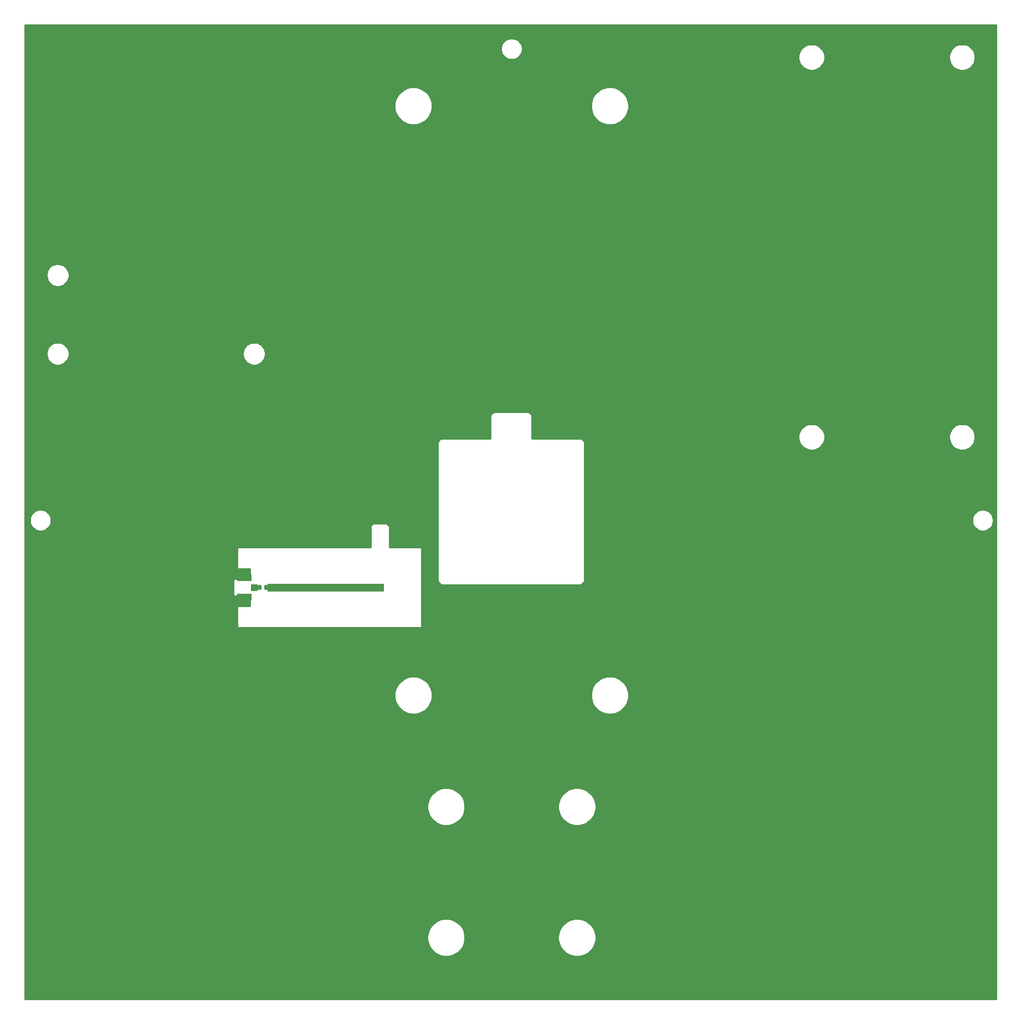
<source format=gbr>
G04 #@! TF.GenerationSoftware,KiCad,Pcbnew,(5.1.2)-1*
G04 #@! TF.CreationDate,2019-06-01T14:50:12-07:00*
G04 #@! TF.ProjectId,backplane,6261636b-706c-4616-9e65-2e6b69636164,v1.1*
G04 #@! TF.SameCoordinates,Original*
G04 #@! TF.FileFunction,Copper,L1,Top*
G04 #@! TF.FilePolarity,Positive*
%FSLAX46Y46*%
G04 Gerber Fmt 4.6, Leading zero omitted, Abs format (unit mm)*
G04 Created by KiCad (PCBNEW (5.1.2)-1) date 2019-06-01 14:50:12*
%MOMM*%
%LPD*%
G04 APERTURE LIST*
%ADD10C,0.100000*%
%ADD11C,0.800000*%
%ADD12C,0.600000*%
%ADD13R,17.762300X1.209380*%
%ADD14R,1.000000X1.209380*%
%ADD15R,2.200000X1.050000*%
%ADD16R,1.050000X1.000000*%
%ADD17C,0.254000*%
G04 APERTURE END LIST*
D10*
G36*
X57950000Y-119700000D02*
G01*
X55200000Y-119700000D01*
X55200000Y-118700000D01*
X57950000Y-118700000D01*
X57950000Y-119700000D01*
G37*
X57950000Y-119700000D02*
X55200000Y-119700000D01*
X55200000Y-118700000D01*
X57950000Y-118700000D01*
X57950000Y-119700000D01*
G36*
X57950000Y-115300000D02*
G01*
X55200000Y-115300000D01*
X55200000Y-114300000D01*
X57950000Y-114300000D01*
X57950000Y-115300000D01*
G37*
X57950000Y-115300000D02*
X55200000Y-115300000D01*
X55200000Y-114300000D01*
X57950000Y-114300000D01*
X57950000Y-115300000D01*
D11*
X158000000Y-175000000D03*
D10*
G36*
X59529703Y-116650722D02*
G01*
X59544264Y-116652882D01*
X59558543Y-116656459D01*
X59572403Y-116661418D01*
X59585710Y-116667712D01*
X59598336Y-116675280D01*
X59610159Y-116684048D01*
X59621066Y-116693934D01*
X59630952Y-116704841D01*
X59639720Y-116716664D01*
X59647288Y-116729290D01*
X59653582Y-116742597D01*
X59658541Y-116756457D01*
X59662118Y-116770736D01*
X59664278Y-116785297D01*
X59665000Y-116800000D01*
X59665000Y-117200000D01*
X59664278Y-117214703D01*
X59662118Y-117229264D01*
X59658541Y-117243543D01*
X59653582Y-117257403D01*
X59647288Y-117270710D01*
X59639720Y-117283336D01*
X59630952Y-117295159D01*
X59621066Y-117306066D01*
X59610159Y-117315952D01*
X59598336Y-117324720D01*
X59585710Y-117332288D01*
X59572403Y-117338582D01*
X59558543Y-117343541D01*
X59544264Y-117347118D01*
X59529703Y-117349278D01*
X59515000Y-117350000D01*
X59215000Y-117350000D01*
X59200297Y-117349278D01*
X59185736Y-117347118D01*
X59171457Y-117343541D01*
X59157597Y-117338582D01*
X59144290Y-117332288D01*
X59131664Y-117324720D01*
X59119841Y-117315952D01*
X59108934Y-117306066D01*
X59099048Y-117295159D01*
X59090280Y-117283336D01*
X59082712Y-117270710D01*
X59076418Y-117257403D01*
X59071459Y-117243543D01*
X59067882Y-117229264D01*
X59065722Y-117214703D01*
X59065000Y-117200000D01*
X59065000Y-116800000D01*
X59065722Y-116785297D01*
X59067882Y-116770736D01*
X59071459Y-116756457D01*
X59076418Y-116742597D01*
X59082712Y-116729290D01*
X59090280Y-116716664D01*
X59099048Y-116704841D01*
X59108934Y-116693934D01*
X59119841Y-116684048D01*
X59131664Y-116675280D01*
X59144290Y-116667712D01*
X59157597Y-116661418D01*
X59171457Y-116656459D01*
X59185736Y-116652882D01*
X59200297Y-116650722D01*
X59215000Y-116650000D01*
X59515000Y-116650000D01*
X59529703Y-116650722D01*
X59529703Y-116650722D01*
G37*
D12*
X59365000Y-117000000D03*
D10*
G36*
X60499703Y-116650722D02*
G01*
X60514264Y-116652882D01*
X60528543Y-116656459D01*
X60542403Y-116661418D01*
X60555710Y-116667712D01*
X60568336Y-116675280D01*
X60580159Y-116684048D01*
X60591066Y-116693934D01*
X60600952Y-116704841D01*
X60609720Y-116716664D01*
X60617288Y-116729290D01*
X60623582Y-116742597D01*
X60628541Y-116756457D01*
X60632118Y-116770736D01*
X60634278Y-116785297D01*
X60635000Y-116800000D01*
X60635000Y-117200000D01*
X60634278Y-117214703D01*
X60632118Y-117229264D01*
X60628541Y-117243543D01*
X60623582Y-117257403D01*
X60617288Y-117270710D01*
X60609720Y-117283336D01*
X60600952Y-117295159D01*
X60591066Y-117306066D01*
X60580159Y-117315952D01*
X60568336Y-117324720D01*
X60555710Y-117332288D01*
X60542403Y-117338582D01*
X60528543Y-117343541D01*
X60514264Y-117347118D01*
X60499703Y-117349278D01*
X60485000Y-117350000D01*
X60185000Y-117350000D01*
X60170297Y-117349278D01*
X60155736Y-117347118D01*
X60141457Y-117343541D01*
X60127597Y-117338582D01*
X60114290Y-117332288D01*
X60101664Y-117324720D01*
X60089841Y-117315952D01*
X60078934Y-117306066D01*
X60069048Y-117295159D01*
X60060280Y-117283336D01*
X60052712Y-117270710D01*
X60046418Y-117257403D01*
X60041459Y-117243543D01*
X60037882Y-117229264D01*
X60035722Y-117214703D01*
X60035000Y-117200000D01*
X60035000Y-116800000D01*
X60035722Y-116785297D01*
X60037882Y-116770736D01*
X60041459Y-116756457D01*
X60046418Y-116742597D01*
X60052712Y-116729290D01*
X60060280Y-116716664D01*
X60069048Y-116704841D01*
X60078934Y-116693934D01*
X60089841Y-116684048D01*
X60101664Y-116675280D01*
X60114290Y-116667712D01*
X60127597Y-116661418D01*
X60141457Y-116656459D01*
X60155736Y-116652882D01*
X60170297Y-116650722D01*
X60185000Y-116650000D01*
X60485000Y-116650000D01*
X60499703Y-116650722D01*
X60499703Y-116650722D01*
G37*
D12*
X60335000Y-117000000D03*
D13*
X69500000Y-117000000D03*
D14*
X77881150Y-117000000D03*
X61118850Y-117000000D03*
D11*
X159800000Y-175000000D03*
D15*
X57025000Y-118475000D03*
D16*
X58550000Y-117000000D03*
D15*
X57025000Y-115525000D03*
D11*
X53550000Y-115000000D03*
X53550000Y-119000000D03*
X53550000Y-121000000D03*
X53550000Y-117000000D03*
X53550000Y-113000000D03*
X55550000Y-113000000D03*
X55550000Y-115000000D03*
X55550000Y-121000000D03*
X55550000Y-119000000D03*
X67700000Y-109800000D03*
X67700000Y-124300000D03*
X167840000Y-175480000D03*
X147840000Y-175480000D03*
X127840000Y-175480000D03*
X107840000Y-175480000D03*
X87840000Y-175480000D03*
X67840000Y-175480000D03*
X47840000Y-175480000D03*
X27840000Y-175480000D03*
X167840000Y-155480000D03*
X147840000Y-155480000D03*
X127840000Y-155480000D03*
X107840000Y-155480000D03*
X87840000Y-155480000D03*
X67840000Y-155480000D03*
X47840000Y-150000000D03*
X27840000Y-155480000D03*
X167840000Y-135480000D03*
X147840000Y-135480000D03*
X127840000Y-135480000D03*
X107840000Y-135480000D03*
X87840000Y-135480000D03*
X67840000Y-135480000D03*
X47840000Y-135480000D03*
X27840000Y-135480000D03*
X167840000Y-115480000D03*
X147840000Y-115480000D03*
X127840000Y-115480000D03*
X27840000Y-115480000D03*
X147840000Y-95480000D03*
X127840000Y-95480000D03*
X67840000Y-95480000D03*
X47840000Y-95480000D03*
X27840000Y-95480000D03*
X167840000Y-75480000D03*
X147840000Y-75480000D03*
X127840000Y-75480000D03*
X107840000Y-75480000D03*
X87840000Y-75480000D03*
X67840000Y-75480000D03*
X47840000Y-75480000D03*
X27840000Y-75480000D03*
X167840000Y-55480000D03*
X147840000Y-55480000D03*
X127840000Y-55480000D03*
X107840000Y-55480000D03*
X87840000Y-55480000D03*
X67840000Y-55480000D03*
X47840000Y-55480000D03*
X27840000Y-55480000D03*
X168000000Y-39000000D03*
X147840000Y-35480000D03*
X127840000Y-35480000D03*
X107840000Y-35480000D03*
X87840000Y-35480000D03*
X67840000Y-35480000D03*
X47840000Y-35480000D03*
X27840000Y-35480000D03*
X167840000Y-97000000D03*
X89000000Y-119000000D03*
X85000000Y-99000000D03*
X110000000Y-92000000D03*
X112000000Y-118000000D03*
X54550000Y-118000000D03*
X54550000Y-120000000D03*
X52550000Y-120000000D03*
X52550000Y-118000000D03*
X54550000Y-116000000D03*
X52550000Y-116000000D03*
X54550000Y-114000000D03*
X52550000Y-114000000D03*
D17*
G36*
X171873000Y-179820000D02*
G01*
X23520000Y-179820000D01*
X23520000Y-170195852D01*
X84975000Y-170195852D01*
X84975000Y-170764148D01*
X85085869Y-171321523D01*
X85303346Y-171846560D01*
X85619074Y-172319080D01*
X86020920Y-172720926D01*
X86493440Y-173036654D01*
X87018477Y-173254131D01*
X87575852Y-173365000D01*
X88144148Y-173365000D01*
X88701523Y-173254131D01*
X89226560Y-173036654D01*
X89699080Y-172720926D01*
X90100926Y-172319080D01*
X90416654Y-171846560D01*
X90634131Y-171321523D01*
X90745000Y-170764148D01*
X90745000Y-170195852D01*
X104975000Y-170195852D01*
X104975000Y-170764148D01*
X105085869Y-171321523D01*
X105303346Y-171846560D01*
X105619074Y-172319080D01*
X106020920Y-172720926D01*
X106493440Y-173036654D01*
X107018477Y-173254131D01*
X107575852Y-173365000D01*
X108144148Y-173365000D01*
X108701523Y-173254131D01*
X109226560Y-173036654D01*
X109699080Y-172720926D01*
X110100926Y-172319080D01*
X110416654Y-171846560D01*
X110634131Y-171321523D01*
X110745000Y-170764148D01*
X110745000Y-170195852D01*
X110634131Y-169638477D01*
X110416654Y-169113440D01*
X110100926Y-168640920D01*
X109699080Y-168239074D01*
X109226560Y-167923346D01*
X108701523Y-167705869D01*
X108144148Y-167595000D01*
X107575852Y-167595000D01*
X107018477Y-167705869D01*
X106493440Y-167923346D01*
X106020920Y-168239074D01*
X105619074Y-168640920D01*
X105303346Y-169113440D01*
X105085869Y-169638477D01*
X104975000Y-170195852D01*
X90745000Y-170195852D01*
X90634131Y-169638477D01*
X90416654Y-169113440D01*
X90100926Y-168640920D01*
X89699080Y-168239074D01*
X89226560Y-167923346D01*
X88701523Y-167705869D01*
X88144148Y-167595000D01*
X87575852Y-167595000D01*
X87018477Y-167705869D01*
X86493440Y-167923346D01*
X86020920Y-168239074D01*
X85619074Y-168640920D01*
X85303346Y-169113440D01*
X85085869Y-169638477D01*
X84975000Y-170195852D01*
X23520000Y-170195852D01*
X23520000Y-150195852D01*
X84975000Y-150195852D01*
X84975000Y-150764148D01*
X85085869Y-151321523D01*
X85303346Y-151846560D01*
X85619074Y-152319080D01*
X86020920Y-152720926D01*
X86493440Y-153036654D01*
X87018477Y-153254131D01*
X87575852Y-153365000D01*
X88144148Y-153365000D01*
X88701523Y-153254131D01*
X89226560Y-153036654D01*
X89699080Y-152720926D01*
X90100926Y-152319080D01*
X90416654Y-151846560D01*
X90634131Y-151321523D01*
X90745000Y-150764148D01*
X90745000Y-150195852D01*
X104975000Y-150195852D01*
X104975000Y-150764148D01*
X105085869Y-151321523D01*
X105303346Y-151846560D01*
X105619074Y-152319080D01*
X106020920Y-152720926D01*
X106493440Y-153036654D01*
X107018477Y-153254131D01*
X107575852Y-153365000D01*
X108144148Y-153365000D01*
X108701523Y-153254131D01*
X109226560Y-153036654D01*
X109699080Y-152720926D01*
X110100926Y-152319080D01*
X110416654Y-151846560D01*
X110634131Y-151321523D01*
X110745000Y-150764148D01*
X110745000Y-150195852D01*
X110634131Y-149638477D01*
X110416654Y-149113440D01*
X110100926Y-148640920D01*
X109699080Y-148239074D01*
X109226560Y-147923346D01*
X108701523Y-147705869D01*
X108144148Y-147595000D01*
X107575852Y-147595000D01*
X107018477Y-147705869D01*
X106493440Y-147923346D01*
X106020920Y-148239074D01*
X105619074Y-148640920D01*
X105303346Y-149113440D01*
X105085869Y-149638477D01*
X104975000Y-150195852D01*
X90745000Y-150195852D01*
X90634131Y-149638477D01*
X90416654Y-149113440D01*
X90100926Y-148640920D01*
X89699080Y-148239074D01*
X89226560Y-147923346D01*
X88701523Y-147705869D01*
X88144148Y-147595000D01*
X87575852Y-147595000D01*
X87018477Y-147705869D01*
X86493440Y-147923346D01*
X86020920Y-148239074D01*
X85619074Y-148640920D01*
X85303346Y-149113440D01*
X85085869Y-149638477D01*
X84975000Y-150195852D01*
X23520000Y-150195852D01*
X23520000Y-133195852D01*
X79975000Y-133195852D01*
X79975000Y-133764148D01*
X80085869Y-134321523D01*
X80303346Y-134846560D01*
X80619074Y-135319080D01*
X81020920Y-135720926D01*
X81493440Y-136036654D01*
X82018477Y-136254131D01*
X82575852Y-136365000D01*
X83144148Y-136365000D01*
X83701523Y-136254131D01*
X84226560Y-136036654D01*
X84699080Y-135720926D01*
X85100926Y-135319080D01*
X85416654Y-134846560D01*
X85634131Y-134321523D01*
X85745000Y-133764148D01*
X85745000Y-133195852D01*
X109975000Y-133195852D01*
X109975000Y-133764148D01*
X110085869Y-134321523D01*
X110303346Y-134846560D01*
X110619074Y-135319080D01*
X111020920Y-135720926D01*
X111493440Y-136036654D01*
X112018477Y-136254131D01*
X112575852Y-136365000D01*
X113144148Y-136365000D01*
X113701523Y-136254131D01*
X114226560Y-136036654D01*
X114699080Y-135720926D01*
X115100926Y-135319080D01*
X115416654Y-134846560D01*
X115634131Y-134321523D01*
X115745000Y-133764148D01*
X115745000Y-133195852D01*
X115634131Y-132638477D01*
X115416654Y-132113440D01*
X115100926Y-131640920D01*
X114699080Y-131239074D01*
X114226560Y-130923346D01*
X113701523Y-130705869D01*
X113144148Y-130595000D01*
X112575852Y-130595000D01*
X112018477Y-130705869D01*
X111493440Y-130923346D01*
X111020920Y-131239074D01*
X110619074Y-131640920D01*
X110303346Y-132113440D01*
X110085869Y-132638477D01*
X109975000Y-133195852D01*
X85745000Y-133195852D01*
X85634131Y-132638477D01*
X85416654Y-132113440D01*
X85100926Y-131640920D01*
X84699080Y-131239074D01*
X84226560Y-130923346D01*
X83701523Y-130705869D01*
X83144148Y-130595000D01*
X82575852Y-130595000D01*
X82018477Y-130705869D01*
X81493440Y-130923346D01*
X81020920Y-131239074D01*
X80619074Y-131640920D01*
X80303346Y-132113440D01*
X80085869Y-132638477D01*
X79975000Y-133195852D01*
X23520000Y-133195852D01*
X23520000Y-119000000D01*
X55286928Y-119000000D01*
X55299188Y-119124482D01*
X55335498Y-119244180D01*
X55394463Y-119354494D01*
X55473815Y-119451185D01*
X55570506Y-119530537D01*
X55680820Y-119589502D01*
X55800518Y-119625812D01*
X55925000Y-119638072D01*
X56739250Y-119635000D01*
X56898000Y-119476250D01*
X56898000Y-118602000D01*
X55448750Y-118602000D01*
X55290000Y-118760750D01*
X55286928Y-119000000D01*
X23520000Y-119000000D01*
X23520000Y-116062000D01*
X55280000Y-116062000D01*
X55280000Y-117967000D01*
X55282440Y-117991776D01*
X55287686Y-118009072D01*
X55290000Y-118189250D01*
X55448750Y-118348000D01*
X56898000Y-118348000D01*
X56898000Y-118328000D01*
X57152000Y-118328000D01*
X57152000Y-118348000D01*
X57172000Y-118348000D01*
X57172000Y-118602000D01*
X57152000Y-118602000D01*
X57152000Y-119476250D01*
X57310750Y-119635000D01*
X57873000Y-119637121D01*
X57873000Y-119873000D01*
X56000000Y-119873000D01*
X55975224Y-119875440D01*
X55951399Y-119882667D01*
X55929443Y-119894403D01*
X55910197Y-119910197D01*
X55894403Y-119929443D01*
X55882667Y-119951399D01*
X55875440Y-119975224D01*
X55873000Y-120000000D01*
X55873000Y-123000000D01*
X55875440Y-123024776D01*
X55882667Y-123048601D01*
X55894403Y-123070557D01*
X55910197Y-123089803D01*
X55929443Y-123105597D01*
X55951399Y-123117333D01*
X55975224Y-123124560D01*
X56000000Y-123127000D01*
X84000000Y-123127000D01*
X84024776Y-123124560D01*
X84048601Y-123117333D01*
X84070557Y-123105597D01*
X84089803Y-123089803D01*
X84105597Y-123070557D01*
X84117333Y-123048601D01*
X84124560Y-123024776D01*
X84127000Y-123000000D01*
X84127000Y-111000000D01*
X84124560Y-110975224D01*
X84117333Y-110951399D01*
X84105597Y-110929443D01*
X84089803Y-110910197D01*
X84070557Y-110894403D01*
X84048601Y-110882667D01*
X84024776Y-110875440D01*
X84000000Y-110873000D01*
X79181000Y-110873000D01*
X79181000Y-107920135D01*
X79184362Y-107886000D01*
X79170943Y-107749756D01*
X79131202Y-107618748D01*
X79066667Y-107498011D01*
X78979817Y-107392183D01*
X78873989Y-107305333D01*
X78753252Y-107240798D01*
X78622244Y-107201057D01*
X78520135Y-107191000D01*
X78520134Y-107191000D01*
X78486000Y-107187638D01*
X78451865Y-107191000D01*
X77020135Y-107191000D01*
X76986000Y-107187638D01*
X76951866Y-107191000D01*
X76951865Y-107191000D01*
X76849756Y-107201057D01*
X76718748Y-107240798D01*
X76598011Y-107305333D01*
X76492183Y-107392183D01*
X76405333Y-107498011D01*
X76340798Y-107618748D01*
X76301057Y-107749756D01*
X76287638Y-107886000D01*
X76291001Y-107920145D01*
X76291001Y-110873000D01*
X56000000Y-110873000D01*
X55975224Y-110875440D01*
X55951399Y-110882667D01*
X55929443Y-110894403D01*
X55910197Y-110910197D01*
X55894403Y-110929443D01*
X55882667Y-110951399D01*
X55875440Y-110975224D01*
X55873000Y-111000000D01*
X55873000Y-114000000D01*
X55875440Y-114024776D01*
X55882667Y-114048601D01*
X55894403Y-114070557D01*
X55910197Y-114089803D01*
X55929443Y-114105597D01*
X55951399Y-114117333D01*
X55975224Y-114124560D01*
X56000000Y-114127000D01*
X57873000Y-114127000D01*
X57873000Y-114362879D01*
X57310750Y-114365000D01*
X57152000Y-114523750D01*
X57152000Y-115398000D01*
X57172000Y-115398000D01*
X57172000Y-115652000D01*
X57152000Y-115652000D01*
X57152000Y-115672000D01*
X56898000Y-115672000D01*
X56898000Y-115652000D01*
X55448750Y-115652000D01*
X55290000Y-115810750D01*
X55287298Y-116021210D01*
X55282440Y-116037224D01*
X55280000Y-116062000D01*
X23520000Y-116062000D01*
X23520000Y-115000000D01*
X55286928Y-115000000D01*
X55290000Y-115239250D01*
X55448750Y-115398000D01*
X56898000Y-115398000D01*
X56898000Y-114523750D01*
X56739250Y-114365000D01*
X55925000Y-114361928D01*
X55800518Y-114374188D01*
X55680820Y-114410498D01*
X55570506Y-114469463D01*
X55473815Y-114548815D01*
X55394463Y-114645506D01*
X55335498Y-114755820D01*
X55299188Y-114875518D01*
X55286928Y-115000000D01*
X23520000Y-115000000D01*
X23520000Y-106588967D01*
X24225000Y-106588967D01*
X24225000Y-106911033D01*
X24287832Y-107226912D01*
X24411082Y-107524463D01*
X24590013Y-107792252D01*
X24817748Y-108019987D01*
X25085537Y-108198918D01*
X25383088Y-108322168D01*
X25698967Y-108385000D01*
X26021033Y-108385000D01*
X26336912Y-108322168D01*
X26634463Y-108198918D01*
X26902252Y-108019987D01*
X27129987Y-107792252D01*
X27308918Y-107524463D01*
X27432168Y-107226912D01*
X27495000Y-106911033D01*
X27495000Y-106588967D01*
X27432168Y-106273088D01*
X27308918Y-105975537D01*
X27129987Y-105707748D01*
X26902252Y-105480013D01*
X26634463Y-105301082D01*
X26336912Y-105177832D01*
X26021033Y-105115000D01*
X25698967Y-105115000D01*
X25383088Y-105177832D01*
X25085537Y-105301082D01*
X24817748Y-105480013D01*
X24590013Y-105707748D01*
X24411082Y-105975537D01*
X24287832Y-106273088D01*
X24225000Y-106588967D01*
X23520000Y-106588967D01*
X23520000Y-94910000D01*
X86601686Y-94910000D01*
X86605001Y-94943657D01*
X86605000Y-115876353D01*
X86601686Y-115910000D01*
X86614912Y-116044283D01*
X86654081Y-116173406D01*
X86717688Y-116292407D01*
X86803289Y-116396711D01*
X86907593Y-116482312D01*
X87026594Y-116545919D01*
X87155717Y-116585088D01*
X87290000Y-116598314D01*
X87323647Y-116595000D01*
X108256353Y-116595000D01*
X108290000Y-116598314D01*
X108424283Y-116585088D01*
X108553406Y-116545919D01*
X108672407Y-116482312D01*
X108776711Y-116396711D01*
X108862312Y-116292407D01*
X108925919Y-116173406D01*
X108965088Y-116044283D01*
X108975000Y-115943647D01*
X108975000Y-115943646D01*
X108978314Y-115910000D01*
X108975000Y-115876353D01*
X108975000Y-106588967D01*
X168225000Y-106588967D01*
X168225000Y-106911033D01*
X168287832Y-107226912D01*
X168411082Y-107524463D01*
X168590013Y-107792252D01*
X168817748Y-108019987D01*
X169085537Y-108198918D01*
X169383088Y-108322168D01*
X169698967Y-108385000D01*
X170021033Y-108385000D01*
X170336912Y-108322168D01*
X170634463Y-108198918D01*
X170902252Y-108019987D01*
X171129987Y-107792252D01*
X171308918Y-107524463D01*
X171432168Y-107226912D01*
X171495000Y-106911033D01*
X171495000Y-106588967D01*
X171432168Y-106273088D01*
X171308918Y-105975537D01*
X171129987Y-105707748D01*
X170902252Y-105480013D01*
X170634463Y-105301082D01*
X170336912Y-105177832D01*
X170021033Y-105115000D01*
X169698967Y-105115000D01*
X169383088Y-105177832D01*
X169085537Y-105301082D01*
X168817748Y-105480013D01*
X168590013Y-105707748D01*
X168411082Y-105975537D01*
X168287832Y-106273088D01*
X168225000Y-106588967D01*
X108975000Y-106588967D01*
X108975000Y-94943646D01*
X108978314Y-94910000D01*
X108965088Y-94775717D01*
X108925919Y-94646594D01*
X108862312Y-94527593D01*
X108776711Y-94423289D01*
X108672407Y-94337688D01*
X108553406Y-94274081D01*
X108424283Y-94234912D01*
X108323647Y-94225000D01*
X108290000Y-94221686D01*
X108256353Y-94225000D01*
X100975000Y-94225000D01*
X100975000Y-93838032D01*
X141698000Y-93838032D01*
X141698000Y-94233968D01*
X141775243Y-94622296D01*
X141926761Y-94988092D01*
X142146731Y-95317301D01*
X142426699Y-95597269D01*
X142755908Y-95817239D01*
X143121704Y-95968757D01*
X143510032Y-96046000D01*
X143905968Y-96046000D01*
X144294296Y-95968757D01*
X144660092Y-95817239D01*
X144989301Y-95597269D01*
X145269269Y-95317301D01*
X145489239Y-94988092D01*
X145640757Y-94622296D01*
X145718000Y-94233968D01*
X145718000Y-93838032D01*
X164698000Y-93838032D01*
X164698000Y-94233968D01*
X164775243Y-94622296D01*
X164926761Y-94988092D01*
X165146731Y-95317301D01*
X165426699Y-95597269D01*
X165755908Y-95817239D01*
X166121704Y-95968757D01*
X166510032Y-96046000D01*
X166905968Y-96046000D01*
X167294296Y-95968757D01*
X167660092Y-95817239D01*
X167989301Y-95597269D01*
X168269269Y-95317301D01*
X168489239Y-94988092D01*
X168640757Y-94622296D01*
X168718000Y-94233968D01*
X168718000Y-93838032D01*
X168640757Y-93449704D01*
X168489239Y-93083908D01*
X168269269Y-92754699D01*
X167989301Y-92474731D01*
X167660092Y-92254761D01*
X167294296Y-92103243D01*
X166905968Y-92026000D01*
X166510032Y-92026000D01*
X166121704Y-92103243D01*
X165755908Y-92254761D01*
X165426699Y-92474731D01*
X165146731Y-92754699D01*
X164926761Y-93083908D01*
X164775243Y-93449704D01*
X164698000Y-93838032D01*
X145718000Y-93838032D01*
X145640757Y-93449704D01*
X145489239Y-93083908D01*
X145269269Y-92754699D01*
X144989301Y-92474731D01*
X144660092Y-92254761D01*
X144294296Y-92103243D01*
X143905968Y-92026000D01*
X143510032Y-92026000D01*
X143121704Y-92103243D01*
X142755908Y-92254761D01*
X142426699Y-92474731D01*
X142146731Y-92754699D01*
X141926761Y-93083908D01*
X141775243Y-93449704D01*
X141698000Y-93838032D01*
X100975000Y-93838032D01*
X100975000Y-90943647D01*
X100978314Y-90910000D01*
X100965088Y-90775717D01*
X100925919Y-90646594D01*
X100862312Y-90527593D01*
X100776711Y-90423289D01*
X100672407Y-90337688D01*
X100553406Y-90274081D01*
X100424283Y-90234912D01*
X100323647Y-90225000D01*
X100290000Y-90221686D01*
X100256353Y-90225000D01*
X95323647Y-90225000D01*
X95290000Y-90221686D01*
X95256353Y-90225000D01*
X95155717Y-90234912D01*
X95026594Y-90274081D01*
X94907593Y-90337688D01*
X94803289Y-90423289D01*
X94717688Y-90527593D01*
X94654081Y-90646594D01*
X94614912Y-90775717D01*
X94601686Y-90910000D01*
X94605001Y-90943657D01*
X94605000Y-94225000D01*
X87323647Y-94225000D01*
X87290000Y-94221686D01*
X87256353Y-94225000D01*
X87155717Y-94234912D01*
X87026594Y-94274081D01*
X86907593Y-94337688D01*
X86803289Y-94423289D01*
X86717688Y-94527593D01*
X86654081Y-94646594D01*
X86614912Y-94775717D01*
X86601686Y-94910000D01*
X23520000Y-94910000D01*
X23520000Y-81149117D01*
X26765000Y-81149117D01*
X26765000Y-81490883D01*
X26831675Y-81826081D01*
X26962463Y-82141831D01*
X27152337Y-82425998D01*
X27394002Y-82667663D01*
X27678169Y-82857537D01*
X27993919Y-82988325D01*
X28329117Y-83055000D01*
X28670883Y-83055000D01*
X29006081Y-82988325D01*
X29321831Y-82857537D01*
X29605998Y-82667663D01*
X29847663Y-82425998D01*
X30037537Y-82141831D01*
X30168325Y-81826081D01*
X30235000Y-81490883D01*
X30235000Y-81149117D01*
X56765000Y-81149117D01*
X56765000Y-81490883D01*
X56831675Y-81826081D01*
X56962463Y-82141831D01*
X57152337Y-82425998D01*
X57394002Y-82667663D01*
X57678169Y-82857537D01*
X57993919Y-82988325D01*
X58329117Y-83055000D01*
X58670883Y-83055000D01*
X59006081Y-82988325D01*
X59321831Y-82857537D01*
X59605998Y-82667663D01*
X59847663Y-82425998D01*
X60037537Y-82141831D01*
X60168325Y-81826081D01*
X60235000Y-81490883D01*
X60235000Y-81149117D01*
X60168325Y-80813919D01*
X60037537Y-80498169D01*
X59847663Y-80214002D01*
X59605998Y-79972337D01*
X59321831Y-79782463D01*
X59006081Y-79651675D01*
X58670883Y-79585000D01*
X58329117Y-79585000D01*
X57993919Y-79651675D01*
X57678169Y-79782463D01*
X57394002Y-79972337D01*
X57152337Y-80214002D01*
X56962463Y-80498169D01*
X56831675Y-80813919D01*
X56765000Y-81149117D01*
X30235000Y-81149117D01*
X30168325Y-80813919D01*
X30037537Y-80498169D01*
X29847663Y-80214002D01*
X29605998Y-79972337D01*
X29321831Y-79782463D01*
X29006081Y-79651675D01*
X28670883Y-79585000D01*
X28329117Y-79585000D01*
X27993919Y-79651675D01*
X27678169Y-79782463D01*
X27394002Y-79972337D01*
X27152337Y-80214002D01*
X26962463Y-80498169D01*
X26831675Y-80813919D01*
X26765000Y-81149117D01*
X23520000Y-81149117D01*
X23520000Y-69149117D01*
X26765000Y-69149117D01*
X26765000Y-69490883D01*
X26831675Y-69826081D01*
X26962463Y-70141831D01*
X27152337Y-70425998D01*
X27394002Y-70667663D01*
X27678169Y-70857537D01*
X27993919Y-70988325D01*
X28329117Y-71055000D01*
X28670883Y-71055000D01*
X29006081Y-70988325D01*
X29321831Y-70857537D01*
X29605998Y-70667663D01*
X29847663Y-70425998D01*
X30037537Y-70141831D01*
X30168325Y-69826081D01*
X30235000Y-69490883D01*
X30235000Y-69149117D01*
X30168325Y-68813919D01*
X30037537Y-68498169D01*
X29847663Y-68214002D01*
X29605998Y-67972337D01*
X29321831Y-67782463D01*
X29006081Y-67651675D01*
X28670883Y-67585000D01*
X28329117Y-67585000D01*
X27993919Y-67651675D01*
X27678169Y-67782463D01*
X27394002Y-67972337D01*
X27152337Y-68214002D01*
X26962463Y-68498169D01*
X26831675Y-68813919D01*
X26765000Y-69149117D01*
X23520000Y-69149117D01*
X23520000Y-43195852D01*
X79975000Y-43195852D01*
X79975000Y-43764148D01*
X80085869Y-44321523D01*
X80303346Y-44846560D01*
X80619074Y-45319080D01*
X81020920Y-45720926D01*
X81493440Y-46036654D01*
X82018477Y-46254131D01*
X82575852Y-46365000D01*
X83144148Y-46365000D01*
X83701523Y-46254131D01*
X84226560Y-46036654D01*
X84699080Y-45720926D01*
X85100926Y-45319080D01*
X85416654Y-44846560D01*
X85634131Y-44321523D01*
X85745000Y-43764148D01*
X85745000Y-43195852D01*
X109975000Y-43195852D01*
X109975000Y-43764148D01*
X110085869Y-44321523D01*
X110303346Y-44846560D01*
X110619074Y-45319080D01*
X111020920Y-45720926D01*
X111493440Y-46036654D01*
X112018477Y-46254131D01*
X112575852Y-46365000D01*
X113144148Y-46365000D01*
X113701523Y-46254131D01*
X114226560Y-46036654D01*
X114699080Y-45720926D01*
X115100926Y-45319080D01*
X115416654Y-44846560D01*
X115634131Y-44321523D01*
X115745000Y-43764148D01*
X115745000Y-43195852D01*
X115634131Y-42638477D01*
X115416654Y-42113440D01*
X115100926Y-41640920D01*
X114699080Y-41239074D01*
X114226560Y-40923346D01*
X113701523Y-40705869D01*
X113144148Y-40595000D01*
X112575852Y-40595000D01*
X112018477Y-40705869D01*
X111493440Y-40923346D01*
X111020920Y-41239074D01*
X110619074Y-41640920D01*
X110303346Y-42113440D01*
X110085869Y-42638477D01*
X109975000Y-43195852D01*
X85745000Y-43195852D01*
X85634131Y-42638477D01*
X85416654Y-42113440D01*
X85100926Y-41640920D01*
X84699080Y-41239074D01*
X84226560Y-40923346D01*
X83701523Y-40705869D01*
X83144148Y-40595000D01*
X82575852Y-40595000D01*
X82018477Y-40705869D01*
X81493440Y-40923346D01*
X81020920Y-41239074D01*
X80619074Y-41640920D01*
X80303346Y-42113440D01*
X80085869Y-42638477D01*
X79975000Y-43195852D01*
X23520000Y-43195852D01*
X23520000Y-34588967D01*
X96225000Y-34588967D01*
X96225000Y-34911033D01*
X96287832Y-35226912D01*
X96411082Y-35524463D01*
X96590013Y-35792252D01*
X96817748Y-36019987D01*
X97085537Y-36198918D01*
X97383088Y-36322168D01*
X97698967Y-36385000D01*
X98021033Y-36385000D01*
X98336912Y-36322168D01*
X98634463Y-36198918D01*
X98902252Y-36019987D01*
X99084207Y-35838032D01*
X141698000Y-35838032D01*
X141698000Y-36233968D01*
X141775243Y-36622296D01*
X141926761Y-36988092D01*
X142146731Y-37317301D01*
X142426699Y-37597269D01*
X142755908Y-37817239D01*
X143121704Y-37968757D01*
X143510032Y-38046000D01*
X143905968Y-38046000D01*
X144294296Y-37968757D01*
X144660092Y-37817239D01*
X144989301Y-37597269D01*
X145269269Y-37317301D01*
X145489239Y-36988092D01*
X145640757Y-36622296D01*
X145718000Y-36233968D01*
X145718000Y-35838032D01*
X164698000Y-35838032D01*
X164698000Y-36233968D01*
X164775243Y-36622296D01*
X164926761Y-36988092D01*
X165146731Y-37317301D01*
X165426699Y-37597269D01*
X165755908Y-37817239D01*
X166121704Y-37968757D01*
X166510032Y-38046000D01*
X166905968Y-38046000D01*
X167294296Y-37968757D01*
X167660092Y-37817239D01*
X167989301Y-37597269D01*
X168269269Y-37317301D01*
X168489239Y-36988092D01*
X168640757Y-36622296D01*
X168718000Y-36233968D01*
X168718000Y-35838032D01*
X168640757Y-35449704D01*
X168489239Y-35083908D01*
X168269269Y-34754699D01*
X167989301Y-34474731D01*
X167660092Y-34254761D01*
X167294296Y-34103243D01*
X166905968Y-34026000D01*
X166510032Y-34026000D01*
X166121704Y-34103243D01*
X165755908Y-34254761D01*
X165426699Y-34474731D01*
X165146731Y-34754699D01*
X164926761Y-35083908D01*
X164775243Y-35449704D01*
X164698000Y-35838032D01*
X145718000Y-35838032D01*
X145640757Y-35449704D01*
X145489239Y-35083908D01*
X145269269Y-34754699D01*
X144989301Y-34474731D01*
X144660092Y-34254761D01*
X144294296Y-34103243D01*
X143905968Y-34026000D01*
X143510032Y-34026000D01*
X143121704Y-34103243D01*
X142755908Y-34254761D01*
X142426699Y-34474731D01*
X142146731Y-34754699D01*
X141926761Y-35083908D01*
X141775243Y-35449704D01*
X141698000Y-35838032D01*
X99084207Y-35838032D01*
X99129987Y-35792252D01*
X99308918Y-35524463D01*
X99432168Y-35226912D01*
X99495000Y-34911033D01*
X99495000Y-34588967D01*
X99432168Y-34273088D01*
X99308918Y-33975537D01*
X99129987Y-33707748D01*
X98902252Y-33480013D01*
X98634463Y-33301082D01*
X98336912Y-33177832D01*
X98021033Y-33115000D01*
X97698967Y-33115000D01*
X97383088Y-33177832D01*
X97085537Y-33301082D01*
X96817748Y-33480013D01*
X96590013Y-33707748D01*
X96411082Y-33975537D01*
X96287832Y-34273088D01*
X96225000Y-34588967D01*
X23520000Y-34588967D01*
X23520000Y-31140000D01*
X171873000Y-31140000D01*
X171873000Y-179820000D01*
X171873000Y-179820000D01*
G37*
X171873000Y-179820000D02*
X23520000Y-179820000D01*
X23520000Y-170195852D01*
X84975000Y-170195852D01*
X84975000Y-170764148D01*
X85085869Y-171321523D01*
X85303346Y-171846560D01*
X85619074Y-172319080D01*
X86020920Y-172720926D01*
X86493440Y-173036654D01*
X87018477Y-173254131D01*
X87575852Y-173365000D01*
X88144148Y-173365000D01*
X88701523Y-173254131D01*
X89226560Y-173036654D01*
X89699080Y-172720926D01*
X90100926Y-172319080D01*
X90416654Y-171846560D01*
X90634131Y-171321523D01*
X90745000Y-170764148D01*
X90745000Y-170195852D01*
X104975000Y-170195852D01*
X104975000Y-170764148D01*
X105085869Y-171321523D01*
X105303346Y-171846560D01*
X105619074Y-172319080D01*
X106020920Y-172720926D01*
X106493440Y-173036654D01*
X107018477Y-173254131D01*
X107575852Y-173365000D01*
X108144148Y-173365000D01*
X108701523Y-173254131D01*
X109226560Y-173036654D01*
X109699080Y-172720926D01*
X110100926Y-172319080D01*
X110416654Y-171846560D01*
X110634131Y-171321523D01*
X110745000Y-170764148D01*
X110745000Y-170195852D01*
X110634131Y-169638477D01*
X110416654Y-169113440D01*
X110100926Y-168640920D01*
X109699080Y-168239074D01*
X109226560Y-167923346D01*
X108701523Y-167705869D01*
X108144148Y-167595000D01*
X107575852Y-167595000D01*
X107018477Y-167705869D01*
X106493440Y-167923346D01*
X106020920Y-168239074D01*
X105619074Y-168640920D01*
X105303346Y-169113440D01*
X105085869Y-169638477D01*
X104975000Y-170195852D01*
X90745000Y-170195852D01*
X90634131Y-169638477D01*
X90416654Y-169113440D01*
X90100926Y-168640920D01*
X89699080Y-168239074D01*
X89226560Y-167923346D01*
X88701523Y-167705869D01*
X88144148Y-167595000D01*
X87575852Y-167595000D01*
X87018477Y-167705869D01*
X86493440Y-167923346D01*
X86020920Y-168239074D01*
X85619074Y-168640920D01*
X85303346Y-169113440D01*
X85085869Y-169638477D01*
X84975000Y-170195852D01*
X23520000Y-170195852D01*
X23520000Y-150195852D01*
X84975000Y-150195852D01*
X84975000Y-150764148D01*
X85085869Y-151321523D01*
X85303346Y-151846560D01*
X85619074Y-152319080D01*
X86020920Y-152720926D01*
X86493440Y-153036654D01*
X87018477Y-153254131D01*
X87575852Y-153365000D01*
X88144148Y-153365000D01*
X88701523Y-153254131D01*
X89226560Y-153036654D01*
X89699080Y-152720926D01*
X90100926Y-152319080D01*
X90416654Y-151846560D01*
X90634131Y-151321523D01*
X90745000Y-150764148D01*
X90745000Y-150195852D01*
X104975000Y-150195852D01*
X104975000Y-150764148D01*
X105085869Y-151321523D01*
X105303346Y-151846560D01*
X105619074Y-152319080D01*
X106020920Y-152720926D01*
X106493440Y-153036654D01*
X107018477Y-153254131D01*
X107575852Y-153365000D01*
X108144148Y-153365000D01*
X108701523Y-153254131D01*
X109226560Y-153036654D01*
X109699080Y-152720926D01*
X110100926Y-152319080D01*
X110416654Y-151846560D01*
X110634131Y-151321523D01*
X110745000Y-150764148D01*
X110745000Y-150195852D01*
X110634131Y-149638477D01*
X110416654Y-149113440D01*
X110100926Y-148640920D01*
X109699080Y-148239074D01*
X109226560Y-147923346D01*
X108701523Y-147705869D01*
X108144148Y-147595000D01*
X107575852Y-147595000D01*
X107018477Y-147705869D01*
X106493440Y-147923346D01*
X106020920Y-148239074D01*
X105619074Y-148640920D01*
X105303346Y-149113440D01*
X105085869Y-149638477D01*
X104975000Y-150195852D01*
X90745000Y-150195852D01*
X90634131Y-149638477D01*
X90416654Y-149113440D01*
X90100926Y-148640920D01*
X89699080Y-148239074D01*
X89226560Y-147923346D01*
X88701523Y-147705869D01*
X88144148Y-147595000D01*
X87575852Y-147595000D01*
X87018477Y-147705869D01*
X86493440Y-147923346D01*
X86020920Y-148239074D01*
X85619074Y-148640920D01*
X85303346Y-149113440D01*
X85085869Y-149638477D01*
X84975000Y-150195852D01*
X23520000Y-150195852D01*
X23520000Y-133195852D01*
X79975000Y-133195852D01*
X79975000Y-133764148D01*
X80085869Y-134321523D01*
X80303346Y-134846560D01*
X80619074Y-135319080D01*
X81020920Y-135720926D01*
X81493440Y-136036654D01*
X82018477Y-136254131D01*
X82575852Y-136365000D01*
X83144148Y-136365000D01*
X83701523Y-136254131D01*
X84226560Y-136036654D01*
X84699080Y-135720926D01*
X85100926Y-135319080D01*
X85416654Y-134846560D01*
X85634131Y-134321523D01*
X85745000Y-133764148D01*
X85745000Y-133195852D01*
X109975000Y-133195852D01*
X109975000Y-133764148D01*
X110085869Y-134321523D01*
X110303346Y-134846560D01*
X110619074Y-135319080D01*
X111020920Y-135720926D01*
X111493440Y-136036654D01*
X112018477Y-136254131D01*
X112575852Y-136365000D01*
X113144148Y-136365000D01*
X113701523Y-136254131D01*
X114226560Y-136036654D01*
X114699080Y-135720926D01*
X115100926Y-135319080D01*
X115416654Y-134846560D01*
X115634131Y-134321523D01*
X115745000Y-133764148D01*
X115745000Y-133195852D01*
X115634131Y-132638477D01*
X115416654Y-132113440D01*
X115100926Y-131640920D01*
X114699080Y-131239074D01*
X114226560Y-130923346D01*
X113701523Y-130705869D01*
X113144148Y-130595000D01*
X112575852Y-130595000D01*
X112018477Y-130705869D01*
X111493440Y-130923346D01*
X111020920Y-131239074D01*
X110619074Y-131640920D01*
X110303346Y-132113440D01*
X110085869Y-132638477D01*
X109975000Y-133195852D01*
X85745000Y-133195852D01*
X85634131Y-132638477D01*
X85416654Y-132113440D01*
X85100926Y-131640920D01*
X84699080Y-131239074D01*
X84226560Y-130923346D01*
X83701523Y-130705869D01*
X83144148Y-130595000D01*
X82575852Y-130595000D01*
X82018477Y-130705869D01*
X81493440Y-130923346D01*
X81020920Y-131239074D01*
X80619074Y-131640920D01*
X80303346Y-132113440D01*
X80085869Y-132638477D01*
X79975000Y-133195852D01*
X23520000Y-133195852D01*
X23520000Y-119000000D01*
X55286928Y-119000000D01*
X55299188Y-119124482D01*
X55335498Y-119244180D01*
X55394463Y-119354494D01*
X55473815Y-119451185D01*
X55570506Y-119530537D01*
X55680820Y-119589502D01*
X55800518Y-119625812D01*
X55925000Y-119638072D01*
X56739250Y-119635000D01*
X56898000Y-119476250D01*
X56898000Y-118602000D01*
X55448750Y-118602000D01*
X55290000Y-118760750D01*
X55286928Y-119000000D01*
X23520000Y-119000000D01*
X23520000Y-116062000D01*
X55280000Y-116062000D01*
X55280000Y-117967000D01*
X55282440Y-117991776D01*
X55287686Y-118009072D01*
X55290000Y-118189250D01*
X55448750Y-118348000D01*
X56898000Y-118348000D01*
X56898000Y-118328000D01*
X57152000Y-118328000D01*
X57152000Y-118348000D01*
X57172000Y-118348000D01*
X57172000Y-118602000D01*
X57152000Y-118602000D01*
X57152000Y-119476250D01*
X57310750Y-119635000D01*
X57873000Y-119637121D01*
X57873000Y-119873000D01*
X56000000Y-119873000D01*
X55975224Y-119875440D01*
X55951399Y-119882667D01*
X55929443Y-119894403D01*
X55910197Y-119910197D01*
X55894403Y-119929443D01*
X55882667Y-119951399D01*
X55875440Y-119975224D01*
X55873000Y-120000000D01*
X55873000Y-123000000D01*
X55875440Y-123024776D01*
X55882667Y-123048601D01*
X55894403Y-123070557D01*
X55910197Y-123089803D01*
X55929443Y-123105597D01*
X55951399Y-123117333D01*
X55975224Y-123124560D01*
X56000000Y-123127000D01*
X84000000Y-123127000D01*
X84024776Y-123124560D01*
X84048601Y-123117333D01*
X84070557Y-123105597D01*
X84089803Y-123089803D01*
X84105597Y-123070557D01*
X84117333Y-123048601D01*
X84124560Y-123024776D01*
X84127000Y-123000000D01*
X84127000Y-111000000D01*
X84124560Y-110975224D01*
X84117333Y-110951399D01*
X84105597Y-110929443D01*
X84089803Y-110910197D01*
X84070557Y-110894403D01*
X84048601Y-110882667D01*
X84024776Y-110875440D01*
X84000000Y-110873000D01*
X79181000Y-110873000D01*
X79181000Y-107920135D01*
X79184362Y-107886000D01*
X79170943Y-107749756D01*
X79131202Y-107618748D01*
X79066667Y-107498011D01*
X78979817Y-107392183D01*
X78873989Y-107305333D01*
X78753252Y-107240798D01*
X78622244Y-107201057D01*
X78520135Y-107191000D01*
X78520134Y-107191000D01*
X78486000Y-107187638D01*
X78451865Y-107191000D01*
X77020135Y-107191000D01*
X76986000Y-107187638D01*
X76951866Y-107191000D01*
X76951865Y-107191000D01*
X76849756Y-107201057D01*
X76718748Y-107240798D01*
X76598011Y-107305333D01*
X76492183Y-107392183D01*
X76405333Y-107498011D01*
X76340798Y-107618748D01*
X76301057Y-107749756D01*
X76287638Y-107886000D01*
X76291001Y-107920145D01*
X76291001Y-110873000D01*
X56000000Y-110873000D01*
X55975224Y-110875440D01*
X55951399Y-110882667D01*
X55929443Y-110894403D01*
X55910197Y-110910197D01*
X55894403Y-110929443D01*
X55882667Y-110951399D01*
X55875440Y-110975224D01*
X55873000Y-111000000D01*
X55873000Y-114000000D01*
X55875440Y-114024776D01*
X55882667Y-114048601D01*
X55894403Y-114070557D01*
X55910197Y-114089803D01*
X55929443Y-114105597D01*
X55951399Y-114117333D01*
X55975224Y-114124560D01*
X56000000Y-114127000D01*
X57873000Y-114127000D01*
X57873000Y-114362879D01*
X57310750Y-114365000D01*
X57152000Y-114523750D01*
X57152000Y-115398000D01*
X57172000Y-115398000D01*
X57172000Y-115652000D01*
X57152000Y-115652000D01*
X57152000Y-115672000D01*
X56898000Y-115672000D01*
X56898000Y-115652000D01*
X55448750Y-115652000D01*
X55290000Y-115810750D01*
X55287298Y-116021210D01*
X55282440Y-116037224D01*
X55280000Y-116062000D01*
X23520000Y-116062000D01*
X23520000Y-115000000D01*
X55286928Y-115000000D01*
X55290000Y-115239250D01*
X55448750Y-115398000D01*
X56898000Y-115398000D01*
X56898000Y-114523750D01*
X56739250Y-114365000D01*
X55925000Y-114361928D01*
X55800518Y-114374188D01*
X55680820Y-114410498D01*
X55570506Y-114469463D01*
X55473815Y-114548815D01*
X55394463Y-114645506D01*
X55335498Y-114755820D01*
X55299188Y-114875518D01*
X55286928Y-115000000D01*
X23520000Y-115000000D01*
X23520000Y-106588967D01*
X24225000Y-106588967D01*
X24225000Y-106911033D01*
X24287832Y-107226912D01*
X24411082Y-107524463D01*
X24590013Y-107792252D01*
X24817748Y-108019987D01*
X25085537Y-108198918D01*
X25383088Y-108322168D01*
X25698967Y-108385000D01*
X26021033Y-108385000D01*
X26336912Y-108322168D01*
X26634463Y-108198918D01*
X26902252Y-108019987D01*
X27129987Y-107792252D01*
X27308918Y-107524463D01*
X27432168Y-107226912D01*
X27495000Y-106911033D01*
X27495000Y-106588967D01*
X27432168Y-106273088D01*
X27308918Y-105975537D01*
X27129987Y-105707748D01*
X26902252Y-105480013D01*
X26634463Y-105301082D01*
X26336912Y-105177832D01*
X26021033Y-105115000D01*
X25698967Y-105115000D01*
X25383088Y-105177832D01*
X25085537Y-105301082D01*
X24817748Y-105480013D01*
X24590013Y-105707748D01*
X24411082Y-105975537D01*
X24287832Y-106273088D01*
X24225000Y-106588967D01*
X23520000Y-106588967D01*
X23520000Y-94910000D01*
X86601686Y-94910000D01*
X86605001Y-94943657D01*
X86605000Y-115876353D01*
X86601686Y-115910000D01*
X86614912Y-116044283D01*
X86654081Y-116173406D01*
X86717688Y-116292407D01*
X86803289Y-116396711D01*
X86907593Y-116482312D01*
X87026594Y-116545919D01*
X87155717Y-116585088D01*
X87290000Y-116598314D01*
X87323647Y-116595000D01*
X108256353Y-116595000D01*
X108290000Y-116598314D01*
X108424283Y-116585088D01*
X108553406Y-116545919D01*
X108672407Y-116482312D01*
X108776711Y-116396711D01*
X108862312Y-116292407D01*
X108925919Y-116173406D01*
X108965088Y-116044283D01*
X108975000Y-115943647D01*
X108975000Y-115943646D01*
X108978314Y-115910000D01*
X108975000Y-115876353D01*
X108975000Y-106588967D01*
X168225000Y-106588967D01*
X168225000Y-106911033D01*
X168287832Y-107226912D01*
X168411082Y-107524463D01*
X168590013Y-107792252D01*
X168817748Y-108019987D01*
X169085537Y-108198918D01*
X169383088Y-108322168D01*
X169698967Y-108385000D01*
X170021033Y-108385000D01*
X170336912Y-108322168D01*
X170634463Y-108198918D01*
X170902252Y-108019987D01*
X171129987Y-107792252D01*
X171308918Y-107524463D01*
X171432168Y-107226912D01*
X171495000Y-106911033D01*
X171495000Y-106588967D01*
X171432168Y-106273088D01*
X171308918Y-105975537D01*
X171129987Y-105707748D01*
X170902252Y-105480013D01*
X170634463Y-105301082D01*
X170336912Y-105177832D01*
X170021033Y-105115000D01*
X169698967Y-105115000D01*
X169383088Y-105177832D01*
X169085537Y-105301082D01*
X168817748Y-105480013D01*
X168590013Y-105707748D01*
X168411082Y-105975537D01*
X168287832Y-106273088D01*
X168225000Y-106588967D01*
X108975000Y-106588967D01*
X108975000Y-94943646D01*
X108978314Y-94910000D01*
X108965088Y-94775717D01*
X108925919Y-94646594D01*
X108862312Y-94527593D01*
X108776711Y-94423289D01*
X108672407Y-94337688D01*
X108553406Y-94274081D01*
X108424283Y-94234912D01*
X108323647Y-94225000D01*
X108290000Y-94221686D01*
X108256353Y-94225000D01*
X100975000Y-94225000D01*
X100975000Y-93838032D01*
X141698000Y-93838032D01*
X141698000Y-94233968D01*
X141775243Y-94622296D01*
X141926761Y-94988092D01*
X142146731Y-95317301D01*
X142426699Y-95597269D01*
X142755908Y-95817239D01*
X143121704Y-95968757D01*
X143510032Y-96046000D01*
X143905968Y-96046000D01*
X144294296Y-95968757D01*
X144660092Y-95817239D01*
X144989301Y-95597269D01*
X145269269Y-95317301D01*
X145489239Y-94988092D01*
X145640757Y-94622296D01*
X145718000Y-94233968D01*
X145718000Y-93838032D01*
X164698000Y-93838032D01*
X164698000Y-94233968D01*
X164775243Y-94622296D01*
X164926761Y-94988092D01*
X165146731Y-95317301D01*
X165426699Y-95597269D01*
X165755908Y-95817239D01*
X166121704Y-95968757D01*
X166510032Y-96046000D01*
X166905968Y-96046000D01*
X167294296Y-95968757D01*
X167660092Y-95817239D01*
X167989301Y-95597269D01*
X168269269Y-95317301D01*
X168489239Y-94988092D01*
X168640757Y-94622296D01*
X168718000Y-94233968D01*
X168718000Y-93838032D01*
X168640757Y-93449704D01*
X168489239Y-93083908D01*
X168269269Y-92754699D01*
X167989301Y-92474731D01*
X167660092Y-92254761D01*
X167294296Y-92103243D01*
X166905968Y-92026000D01*
X166510032Y-92026000D01*
X166121704Y-92103243D01*
X165755908Y-92254761D01*
X165426699Y-92474731D01*
X165146731Y-92754699D01*
X164926761Y-93083908D01*
X164775243Y-93449704D01*
X164698000Y-93838032D01*
X145718000Y-93838032D01*
X145640757Y-93449704D01*
X145489239Y-93083908D01*
X145269269Y-92754699D01*
X144989301Y-92474731D01*
X144660092Y-92254761D01*
X144294296Y-92103243D01*
X143905968Y-92026000D01*
X143510032Y-92026000D01*
X143121704Y-92103243D01*
X142755908Y-92254761D01*
X142426699Y-92474731D01*
X142146731Y-92754699D01*
X141926761Y-93083908D01*
X141775243Y-93449704D01*
X141698000Y-93838032D01*
X100975000Y-93838032D01*
X100975000Y-90943647D01*
X100978314Y-90910000D01*
X100965088Y-90775717D01*
X100925919Y-90646594D01*
X100862312Y-90527593D01*
X100776711Y-90423289D01*
X100672407Y-90337688D01*
X100553406Y-90274081D01*
X100424283Y-90234912D01*
X100323647Y-90225000D01*
X100290000Y-90221686D01*
X100256353Y-90225000D01*
X95323647Y-90225000D01*
X95290000Y-90221686D01*
X95256353Y-90225000D01*
X95155717Y-90234912D01*
X95026594Y-90274081D01*
X94907593Y-90337688D01*
X94803289Y-90423289D01*
X94717688Y-90527593D01*
X94654081Y-90646594D01*
X94614912Y-90775717D01*
X94601686Y-90910000D01*
X94605001Y-90943657D01*
X94605000Y-94225000D01*
X87323647Y-94225000D01*
X87290000Y-94221686D01*
X87256353Y-94225000D01*
X87155717Y-94234912D01*
X87026594Y-94274081D01*
X86907593Y-94337688D01*
X86803289Y-94423289D01*
X86717688Y-94527593D01*
X86654081Y-94646594D01*
X86614912Y-94775717D01*
X86601686Y-94910000D01*
X23520000Y-94910000D01*
X23520000Y-81149117D01*
X26765000Y-81149117D01*
X26765000Y-81490883D01*
X26831675Y-81826081D01*
X26962463Y-82141831D01*
X27152337Y-82425998D01*
X27394002Y-82667663D01*
X27678169Y-82857537D01*
X27993919Y-82988325D01*
X28329117Y-83055000D01*
X28670883Y-83055000D01*
X29006081Y-82988325D01*
X29321831Y-82857537D01*
X29605998Y-82667663D01*
X29847663Y-82425998D01*
X30037537Y-82141831D01*
X30168325Y-81826081D01*
X30235000Y-81490883D01*
X30235000Y-81149117D01*
X56765000Y-81149117D01*
X56765000Y-81490883D01*
X56831675Y-81826081D01*
X56962463Y-82141831D01*
X57152337Y-82425998D01*
X57394002Y-82667663D01*
X57678169Y-82857537D01*
X57993919Y-82988325D01*
X58329117Y-83055000D01*
X58670883Y-83055000D01*
X59006081Y-82988325D01*
X59321831Y-82857537D01*
X59605998Y-82667663D01*
X59847663Y-82425998D01*
X60037537Y-82141831D01*
X60168325Y-81826081D01*
X60235000Y-81490883D01*
X60235000Y-81149117D01*
X60168325Y-80813919D01*
X60037537Y-80498169D01*
X59847663Y-80214002D01*
X59605998Y-79972337D01*
X59321831Y-79782463D01*
X59006081Y-79651675D01*
X58670883Y-79585000D01*
X58329117Y-79585000D01*
X57993919Y-79651675D01*
X57678169Y-79782463D01*
X57394002Y-79972337D01*
X57152337Y-80214002D01*
X56962463Y-80498169D01*
X56831675Y-80813919D01*
X56765000Y-81149117D01*
X30235000Y-81149117D01*
X30168325Y-80813919D01*
X30037537Y-80498169D01*
X29847663Y-80214002D01*
X29605998Y-79972337D01*
X29321831Y-79782463D01*
X29006081Y-79651675D01*
X28670883Y-79585000D01*
X28329117Y-79585000D01*
X27993919Y-79651675D01*
X27678169Y-79782463D01*
X27394002Y-79972337D01*
X27152337Y-80214002D01*
X26962463Y-80498169D01*
X26831675Y-80813919D01*
X26765000Y-81149117D01*
X23520000Y-81149117D01*
X23520000Y-69149117D01*
X26765000Y-69149117D01*
X26765000Y-69490883D01*
X26831675Y-69826081D01*
X26962463Y-70141831D01*
X27152337Y-70425998D01*
X27394002Y-70667663D01*
X27678169Y-70857537D01*
X27993919Y-70988325D01*
X28329117Y-71055000D01*
X28670883Y-71055000D01*
X29006081Y-70988325D01*
X29321831Y-70857537D01*
X29605998Y-70667663D01*
X29847663Y-70425998D01*
X30037537Y-70141831D01*
X30168325Y-69826081D01*
X30235000Y-69490883D01*
X30235000Y-69149117D01*
X30168325Y-68813919D01*
X30037537Y-68498169D01*
X29847663Y-68214002D01*
X29605998Y-67972337D01*
X29321831Y-67782463D01*
X29006081Y-67651675D01*
X28670883Y-67585000D01*
X28329117Y-67585000D01*
X27993919Y-67651675D01*
X27678169Y-67782463D01*
X27394002Y-67972337D01*
X27152337Y-68214002D01*
X26962463Y-68498169D01*
X26831675Y-68813919D01*
X26765000Y-69149117D01*
X23520000Y-69149117D01*
X23520000Y-43195852D01*
X79975000Y-43195852D01*
X79975000Y-43764148D01*
X80085869Y-44321523D01*
X80303346Y-44846560D01*
X80619074Y-45319080D01*
X81020920Y-45720926D01*
X81493440Y-46036654D01*
X82018477Y-46254131D01*
X82575852Y-46365000D01*
X83144148Y-46365000D01*
X83701523Y-46254131D01*
X84226560Y-46036654D01*
X84699080Y-45720926D01*
X85100926Y-45319080D01*
X85416654Y-44846560D01*
X85634131Y-44321523D01*
X85745000Y-43764148D01*
X85745000Y-43195852D01*
X109975000Y-43195852D01*
X109975000Y-43764148D01*
X110085869Y-44321523D01*
X110303346Y-44846560D01*
X110619074Y-45319080D01*
X111020920Y-45720926D01*
X111493440Y-46036654D01*
X112018477Y-46254131D01*
X112575852Y-46365000D01*
X113144148Y-46365000D01*
X113701523Y-46254131D01*
X114226560Y-46036654D01*
X114699080Y-45720926D01*
X115100926Y-45319080D01*
X115416654Y-44846560D01*
X115634131Y-44321523D01*
X115745000Y-43764148D01*
X115745000Y-43195852D01*
X115634131Y-42638477D01*
X115416654Y-42113440D01*
X115100926Y-41640920D01*
X114699080Y-41239074D01*
X114226560Y-40923346D01*
X113701523Y-40705869D01*
X113144148Y-40595000D01*
X112575852Y-40595000D01*
X112018477Y-40705869D01*
X111493440Y-40923346D01*
X111020920Y-41239074D01*
X110619074Y-41640920D01*
X110303346Y-42113440D01*
X110085869Y-42638477D01*
X109975000Y-43195852D01*
X85745000Y-43195852D01*
X85634131Y-42638477D01*
X85416654Y-42113440D01*
X85100926Y-41640920D01*
X84699080Y-41239074D01*
X84226560Y-40923346D01*
X83701523Y-40705869D01*
X83144148Y-40595000D01*
X82575852Y-40595000D01*
X82018477Y-40705869D01*
X81493440Y-40923346D01*
X81020920Y-41239074D01*
X80619074Y-41640920D01*
X80303346Y-42113440D01*
X80085869Y-42638477D01*
X79975000Y-43195852D01*
X23520000Y-43195852D01*
X23520000Y-34588967D01*
X96225000Y-34588967D01*
X96225000Y-34911033D01*
X96287832Y-35226912D01*
X96411082Y-35524463D01*
X96590013Y-35792252D01*
X96817748Y-36019987D01*
X97085537Y-36198918D01*
X97383088Y-36322168D01*
X97698967Y-36385000D01*
X98021033Y-36385000D01*
X98336912Y-36322168D01*
X98634463Y-36198918D01*
X98902252Y-36019987D01*
X99084207Y-35838032D01*
X141698000Y-35838032D01*
X141698000Y-36233968D01*
X141775243Y-36622296D01*
X141926761Y-36988092D01*
X142146731Y-37317301D01*
X142426699Y-37597269D01*
X142755908Y-37817239D01*
X143121704Y-37968757D01*
X143510032Y-38046000D01*
X143905968Y-38046000D01*
X144294296Y-37968757D01*
X144660092Y-37817239D01*
X144989301Y-37597269D01*
X145269269Y-37317301D01*
X145489239Y-36988092D01*
X145640757Y-36622296D01*
X145718000Y-36233968D01*
X145718000Y-35838032D01*
X164698000Y-35838032D01*
X164698000Y-36233968D01*
X164775243Y-36622296D01*
X164926761Y-36988092D01*
X165146731Y-37317301D01*
X165426699Y-37597269D01*
X165755908Y-37817239D01*
X166121704Y-37968757D01*
X166510032Y-38046000D01*
X166905968Y-38046000D01*
X167294296Y-37968757D01*
X167660092Y-37817239D01*
X167989301Y-37597269D01*
X168269269Y-37317301D01*
X168489239Y-36988092D01*
X168640757Y-36622296D01*
X168718000Y-36233968D01*
X168718000Y-35838032D01*
X168640757Y-35449704D01*
X168489239Y-35083908D01*
X168269269Y-34754699D01*
X167989301Y-34474731D01*
X167660092Y-34254761D01*
X167294296Y-34103243D01*
X166905968Y-34026000D01*
X166510032Y-34026000D01*
X166121704Y-34103243D01*
X165755908Y-34254761D01*
X165426699Y-34474731D01*
X165146731Y-34754699D01*
X164926761Y-35083908D01*
X164775243Y-35449704D01*
X164698000Y-35838032D01*
X145718000Y-35838032D01*
X145640757Y-35449704D01*
X145489239Y-35083908D01*
X145269269Y-34754699D01*
X144989301Y-34474731D01*
X144660092Y-34254761D01*
X144294296Y-34103243D01*
X143905968Y-34026000D01*
X143510032Y-34026000D01*
X143121704Y-34103243D01*
X142755908Y-34254761D01*
X142426699Y-34474731D01*
X142146731Y-34754699D01*
X141926761Y-35083908D01*
X141775243Y-35449704D01*
X141698000Y-35838032D01*
X99084207Y-35838032D01*
X99129987Y-35792252D01*
X99308918Y-35524463D01*
X99432168Y-35226912D01*
X99495000Y-34911033D01*
X99495000Y-34588967D01*
X99432168Y-34273088D01*
X99308918Y-33975537D01*
X99129987Y-33707748D01*
X98902252Y-33480013D01*
X98634463Y-33301082D01*
X98336912Y-33177832D01*
X98021033Y-33115000D01*
X97698967Y-33115000D01*
X97383088Y-33177832D01*
X97085537Y-33301082D01*
X96817748Y-33480013D01*
X96590013Y-33707748D01*
X96411082Y-33975537D01*
X96287832Y-34273088D01*
X96225000Y-34588967D01*
X23520000Y-34588967D01*
X23520000Y-31140000D01*
X171873000Y-31140000D01*
X171873000Y-179820000D01*
M02*

</source>
